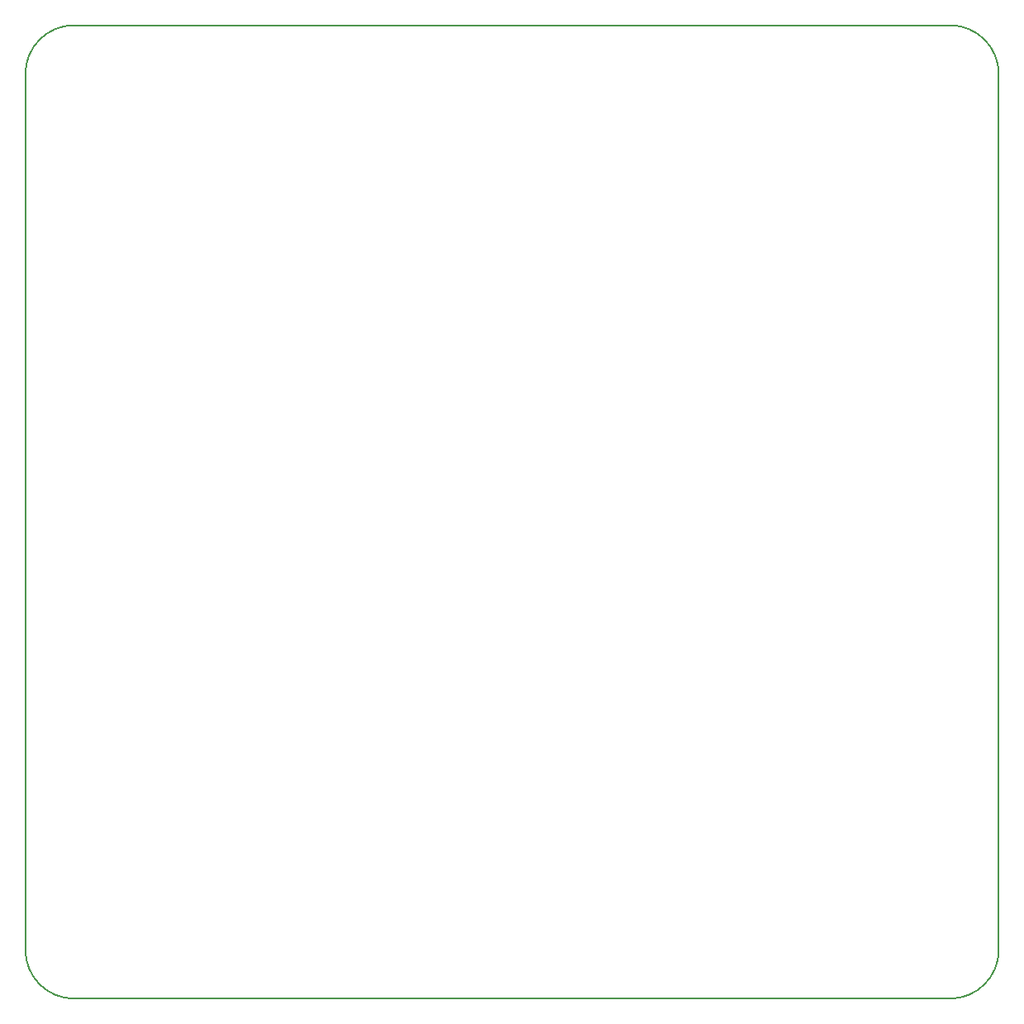
<source format=gko>
G04 #@! TF.FileFunction,Profile,NP*
%FSLAX46Y46*%
G04 Gerber Fmt 4.6, Leading zero omitted, Abs format (unit mm)*
G04 Created by KiCad (PCBNEW 0.201510170916+6271~30~ubuntu14.04.1-product) date Tue 27 Oct 2015 04:17:41 PM CET*
%MOMM*%
G01*
G04 APERTURE LIST*
%ADD10C,0.100000*%
%ADD11C,0.200000*%
G04 APERTURE END LIST*
D10*
D11*
X99410000Y-52754000D02*
X189210000Y-52754000D01*
X194210000Y-57754000D02*
X194210000Y-147554000D01*
X189210000Y-152554000D02*
X99410000Y-152554000D01*
X94410000Y-147554000D02*
X94410000Y-57754000D01*
X194210000Y-57754000D02*
G75*
G03X189210000Y-52754000I-5000000J0D01*
G01*
X189210000Y-152554000D02*
G75*
G03X194210000Y-147554000I0J5000000D01*
G01*
X94410000Y-147554000D02*
G75*
G03X99410000Y-152554000I5000000J0D01*
G01*
X99410000Y-52754000D02*
G75*
G03X94410000Y-57754000I0J-5000000D01*
G01*
M02*

</source>
